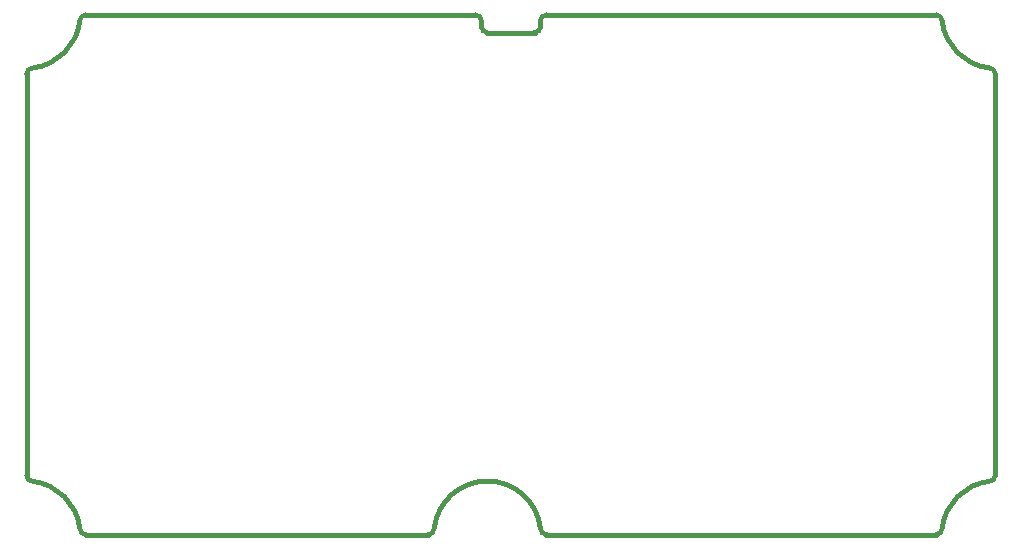
<source format=gbr>
%TF.GenerationSoftware,Altium Limited,Altium Designer,22.6.1 (34)*%
G04 Layer_Color=16711935*
%FSLAX45Y45*%
%MOMM*%
%TF.SameCoordinates,07F994AE-BB1C-4BEA-A643-928B9DFDCC76*%
%TF.FilePolarity,Positive*%
%TF.FileFunction,Other,Board_Shape*%
%TF.Part,Single*%
G01*
G75*
%TA.AperFunction,NonConductor*%
%ADD141C,0.40000*%
D141*
X450000Y50000D02*
G03*
X50000Y450000I-450000J-50000D01*
G01*
Y3950000D02*
G03*
X450000Y4350000I-50000J450000D01*
G01*
X8150000Y450000D02*
G03*
X7750000Y50000I50000J-450000D01*
G01*
Y4350000D02*
G03*
X8150000Y3950000I450000J50000D01*
G01*
X4350000Y50000D02*
G03*
X3900000Y452769I-450000J-50000D01*
G01*
D02*
G03*
X3450000Y50000I0J-452769D01*
G01*
X500000Y4400000D02*
G03*
X450000Y4350000I0J-50000D01*
G01*
X50000Y3950000D02*
G03*
X0Y3900000I0J-50000D01*
G01*
X4400000Y4400000D02*
G03*
X4350000Y4350000I0J-50000D01*
G01*
X4300000Y4250000D02*
G03*
X4350000Y4300000I0J50000D01*
G01*
X3850000Y4350000D02*
G03*
X3800000Y4400000I-50000J0D01*
G01*
X3850000Y4300000D02*
G03*
X3900000Y4250000I50000J0D01*
G01*
X7750000Y4350000D02*
G03*
X7700000Y4400000I-50000J0D01*
G01*
X8200000Y3900000D02*
G03*
X8150000Y3950000I-50000J0D01*
G01*
Y450000D02*
G03*
X8200000Y500000I0J50000D01*
G01*
X7700000Y0D02*
G03*
X7750000Y50000I0J50000D01*
G01*
X4350000D02*
G03*
X4400000Y0I50000J0D01*
G01*
X3400000D02*
G03*
X3450000Y50000I0J50000D01*
G01*
X0Y500000D02*
G03*
X50000Y450000I50000J0D01*
G01*
X450000Y50000D02*
G03*
X500000Y0I50000J0D01*
G01*
X3400000D01*
X4400000D02*
X7700000D01*
X8200000Y500000D02*
Y3900000D01*
X4400000Y4400000D02*
X7700000D01*
X4350000Y4300000D02*
Y4350000D01*
X3900000Y4250000D02*
X4300000D01*
X3850000Y4300000D02*
Y4350000D01*
X500000Y4400000D02*
X3800000D01*
X0Y500000D02*
Y3900000D01*
%TF.MD5,bf3930e3ef3ee4978b422cee67990726*%
M02*

</source>
